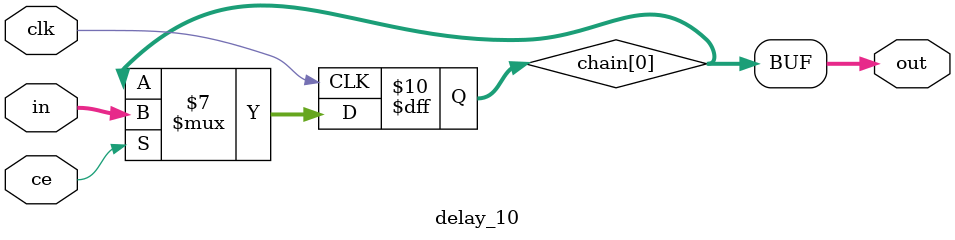
<source format=v>
module delay_10 #
(	
	parameter N = 8,
	parameter DELAY = 0
)
(
	input [N - 1:0] 	in,
	input					ce,
	input					clk,
	output [N - 1:0] 	out
);
reg [N-1:0] chain[0:DELAY];
integer i;
always @(posedge clk)
begin
	if(ce) begin
		for(i = DELAY; i > 0; i = i - 1)
		begin: register
			chain[i] <= chain[i - 1];
		end
		chain[0] <= in;
	end
end
assign out = chain[DELAY];
endmodule
</source>
